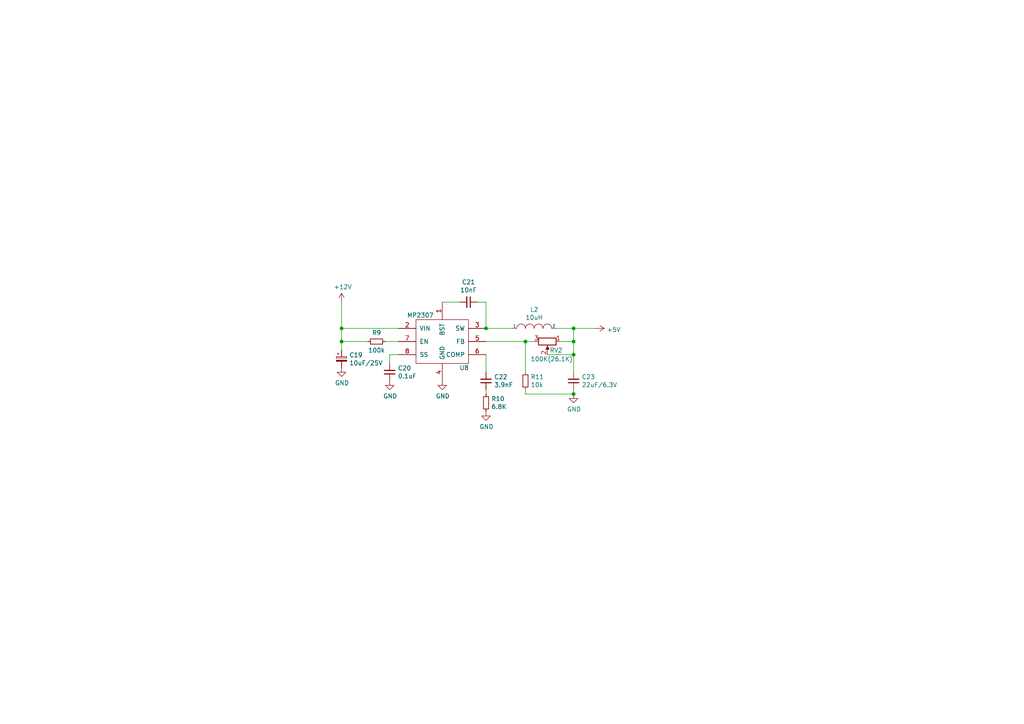
<source format=kicad_sch>
(kicad_sch (version 20211123) (generator eeschema)
  (paper "A4")
  (lib_symbols
    (symbol "nixie_control_board-rescue:+12V-power" (power) (pin_names (offset 0))
      (property "Value" "+12V-power" (at 0 3.556 0))
      (symbol "+12V-power_0_1"
        (polyline (pts (xy -0.762 1.27) (xy 0 2.54)))
        (polyline (pts (xy 0 0) (xy 0 2.54)))
        (polyline (pts (xy 0 2.54) (xy 0.762 1.27)))
      )
      (symbol "+12V-power_1_1"
        (pin power_in line (at 0 0 90) (length 0) hide (name "+12V") (number "1"))
      )
    )
    (symbol "nixie_control_board-rescue:+5V-power" (power) (pin_names (offset 0))
      (property "Value" "+5V-power" (at 0 3.556 0))
      (symbol "+5V-power_0_1"
        (polyline (pts (xy -0.762 1.27) (xy 0 2.54)))
        (polyline (pts (xy 0 0) (xy 0 2.54)))
        (polyline (pts (xy 0 2.54) (xy 0.762 1.27)))
      )
      (symbol "+5V-power_1_1"
        (pin power_in line (at 0 0 90) (length 0) hide (name "+5V") (number "1"))
      )
    )
    (symbol "nixie_control_board-rescue:CP_Small-device" (pin_numbers hide) (pin_names (offset 0.254) hide)
      (property "Reference" "C" (at 0.254 1.778 0))
      (property "Value" "CP_Small-device" (at 0.254 -2.032 0))
      (symbol "CP_Small-device_0_1"
        (rectangle (start -1.524 -0.3048) (end 1.524 -0.6858) (fill (type outline)))
        (rectangle (start -1.524 0.6858) (end 1.524 0.3048))
        (polyline (pts (xy -1.27 1.524) (xy -0.762 1.524)))
        (polyline (pts (xy -1.016 1.27) (xy -1.016 1.778)))
      )
      (symbol "CP_Small-device_1_1"
        (pin passive line (at 0 2.54 270) (length 1.8542) (name "~") (number "1"))
        (pin passive line (at 0 -2.54 90) (length 1.8542) (name "~") (number "2"))
      )
    )
    (symbol "nixie_control_board-rescue:C_Small-device" (pin_numbers hide) (pin_names (offset 0.254) hide)
      (property "Reference" "C" (at 0.254 1.778 0))
      (property "Value" "C_Small-device" (at 0.254 -2.032 0))
      (symbol "C_Small-device_0_1"
        (polyline (pts (xy -1.524 -0.508) (xy 1.524 -0.508)) (stroke (width 0.3302)))
        (polyline (pts (xy -1.524 0.508) (xy 1.524 0.508)) (stroke (width 0.3048)))
      )
      (symbol "C_Small-device_1_1"
        (pin passive line (at 0 2.54 270) (length 2.032) (name "~") (number "1"))
        (pin passive line (at 0 -2.54 90) (length 2.032) (name "~") (number "2"))
      )
    )
    (symbol "nixie_control_board-rescue:GND-power" (power) (pin_names (offset 0))
      (property "Value" "GND-power" (at 0 -3.81 0))
      (symbol "GND-power_0_1"
        (polyline (pts (xy 0 0) (xy 0 -1.27) (xy 1.27 -1.27) (xy 0 -2.54) (xy -1.27 -1.27) (xy 0 -1.27)))
      )
      (symbol "GND-power_1_1"
        (pin power_in line (at 0 0 270) (length 0) hide (name "GND") (number "1"))
      )
    )
    (symbol "nixie_control_board-rescue:INDUCTOR-pspice" (pin_numbers hide) (pin_names (offset 0))
      (property "Reference" "L" (at 0 2.54 0))
      (property "Value" "INDUCTOR-pspice" (at 0 -1.27 0))
      (symbol "INDUCTOR-pspice_0_1"
        (arc (start -2.54 0) (mid -3.81 1.27) (end -5.08 0))
        (arc (start 0 0) (mid -1.27 1.27) (end -2.54 0))
        (arc (start 2.54 0) (mid 1.27 1.27) (end 0 0))
        (arc (start 5.08 0) (mid 3.81 1.27) (end 2.54 0))
      )
      (symbol "INDUCTOR-pspice_1_1"
        (pin input line (at -6.35 0 0) (length 1.27) (name "1") (number "1"))
        (pin input line (at 6.35 0 180) (length 1.27) (name "2") (number "2"))
      )
    )
    (symbol "nixie_control_board-rescue:MP2307-keyboard" (pin_names (offset 1.016))
      (property "Reference" "U" (at 6.35 -8.89 0))
      (property "Value" "MP2307-keyboard" (at -6.35 7.62 0))
      (symbol "MP2307-keyboard_1_1"
        (rectangle (start -7.62 6.35) (end 7.62 -6.35))
        (pin input line (at 0 11.43 270) (length 5.08) (name "BST") (number "1"))
        (pin input line (at -12.7 3.81 0) (length 5.08) (name "VIN") (number "2"))
        (pin input line (at 12.7 3.81 180) (length 5.08) (name "SW") (number "3"))
        (pin input line (at 0 -11.43 90) (length 5.08) (name "GND") (number "4"))
        (pin input line (at 12.7 0 180) (length 5.08) (name "FB") (number "5"))
        (pin input line (at 12.7 -3.81 180) (length 5.08) (name "COMP") (number "6"))
        (pin input line (at -12.7 0 0) (length 5.08) (name "EN") (number "7"))
        (pin input line (at -12.7 -3.81 0) (length 5.08) (name "SS") (number "8"))
      )
    )
    (symbol "nixie_control_board-rescue:POT-device" (pin_names (offset 1.016) hide)
      (property "Reference" "RV" (at -4.445 0 90))
      (property "Value" "POT-device" (at -2.54 0 90))
      (symbol "POT-device_0_1"
        (polyline (pts (xy 2.54 0) (xy 1.524 0)))
        (polyline (pts (xy 1.143 0) (xy 2.286 0.508) (xy 2.286 -0.508)) (fill (type outline)))
        (rectangle (start 1.016 2.54) (end -1.016 -2.54) (stroke (width 0.254)))
      )
      (symbol "POT-device_1_1"
        (pin passive line (at 0 3.81 270) (length 1.27) (name "1") (number "1"))
        (pin passive line (at 3.81 0 180) (length 1.27) (name "2") (number "2"))
        (pin passive line (at 0 -3.81 90) (length 1.27) (name "3") (number "3"))
      )
    )
    (symbol "nixie_control_board-rescue:R_Small-device" (pin_numbers hide) (pin_names (offset 0.254) hide)
      (property "Reference" "R" (at 0.762 0.508 0))
      (property "Value" "R_Small-device" (at 0.762 -1.016 0))
      (symbol "R_Small-device_0_1"
        (rectangle (start -0.762 1.778) (end 0.762 -1.778) (stroke (width 0.2032)))
      )
      (symbol "R_Small-device_1_1"
        (pin passive line (at 0 2.54 270) (length 0.762) (name "~") (number "1"))
        (pin passive line (at 0 -2.54 90) (length 0.762) (name "~") (number "2"))
      )
    )
  )
  (junction (at 152.4 99.06))
  (junction (at 140.97 95.25))
  (junction (at 99.06 99.06))
  (junction (at 99.06 95.25))
  (junction (at 166.37 114.3))
  (junction (at 166.37 99.06))
  (junction (at 166.37 95.25))
  (junction (at 166.37 102.87))
  (wire (pts (xy 99.06 87.63) (xy 99.06 95.25)))
  (wire (pts (xy 113.03 102.87) (xy 115.57 102.87)))
  (wire (pts (xy 115.57 95.25) (xy 99.06 95.25)))
  (wire (pts (xy 166.37 95.25) (xy 166.37 99.06)))
  (wire (pts (xy 158.75 102.87) (xy 166.37 102.87)))
  (wire (pts (xy 111.76 99.06) (xy 115.57 99.06)))
  (wire (pts (xy 106.68 99.06) (xy 99.06 99.06)))
  (wire (pts (xy 99.06 95.25) (xy 99.06 99.06)))
  (wire (pts (xy 140.97 87.63) (xy 140.97 95.25)))
  (wire (pts (xy 166.37 99.06) (xy 166.37 102.87)))
  (wire (pts (xy 140.97 95.25) (xy 148.59 95.25)))
  (wire (pts (xy 152.4 107.95) (xy 152.4 99.06)))
  (wire (pts (xy 166.37 102.87) (xy 166.37 107.95)))
  (wire (pts (xy 152.4 99.06) (xy 154.94 99.06)))
  (wire (pts (xy 99.06 101.6) (xy 99.06 99.06)))
  (wire (pts (xy 152.4 113.03) (xy 152.4 114.3)))
  (wire (pts (xy 138.43 87.63) (xy 140.97 87.63)))
  (wire (pts (xy 140.97 114.3) (xy 140.97 113.03)))
  (wire (pts (xy 140.97 99.06) (xy 152.4 99.06)))
  (wire (pts (xy 161.29 95.25) (xy 166.37 95.25)))
  (wire (pts (xy 166.37 114.3) (xy 166.37 113.03)))
  (wire (pts (xy 113.03 105.41) (xy 113.03 102.87)))
  (wire (pts (xy 162.56 99.06) (xy 166.37 99.06)))
  (wire (pts (xy 152.4 114.3) (xy 166.37 114.3)))
  (wire (pts (xy 166.37 95.25) (xy 172.72 95.25)))
  (wire (pts (xy 128.27 87.63) (xy 133.35 87.63)))
  (wire (pts (xy 140.97 102.87) (xy 140.97 107.95)))
  (symbol (lib_id "nixie_control_board-rescue:INDUCTOR-pspice") (at 154.94 95.25 0) (unit 1)
    (property "Reference" "L2" (at 154.94 89.789 0))
    (property "Value" "10uH" (at 154.94 92.1004 0))
    (property "Footprint" "Inductors:Inductor_Wurth_HCI-7030" (effects hide))
  )
  (symbol (lib_id "nixie_control_board-rescue:C_Small-device") (at 135.89 87.63 270) (unit 1)
    (property "Reference" "C21" (at 135.89 81.8134 90))
    (property "Value" "10nF" (at 135.89 84.1248 90))
    (property "Footprint" "Capacitor_SMD:C_0603_1608Metric" (effects hide))
  )
  (symbol (lib_id "nixie_control_board-rescue:CP_Small-device") (at 99.06 104.14 0) (unit 1)
    (property "Reference" "C19" (at 101.2952 102.9716 0) (effects (justify left)))
    (property "Value" "10uF/25V" (at 101.2952 105.283 0) (effects (justify left)))
    (property "Footprint" "Capacitor_SMD:C_1210_3225Metric" (effects hide))
  )
  (symbol (lib_id "nixie_control_board-rescue:R_Small-device") (at 109.22 99.06 270) (unit 1)
    (property "Reference" "R9" (at 109.22 96.52 90))
    (property "Value" "100k" (at 109.22 101.6 90))
    (property "Footprint" "Resistor_SMD:R_0603_1608Metric" (effects hide))
  )
  (symbol (lib_id "nixie_control_board-rescue:GND-power") (at 99.06 106.68 0) (unit 1)
    (property "Reference" "#PWR0127" (effects hide))
    (property "Value" "GND" (at 99.187 111.0742 0))
  )
  (symbol (lib_id "nixie_control_board-rescue:GND-power") (at 128.27 110.49 0) (unit 1)
    (property "Reference" "#PWR0129" (effects hide))
    (property "Value" "GND" (at 128.397 114.8842 0))
  )
  (symbol (lib_id "nixie_control_board-rescue:GND-power") (at 113.03 110.49 0) (unit 1)
    (property "Reference" "#PWR0130" (effects hide))
    (property "Value" "GND" (at 113.157 114.8842 0))
  )
  (symbol (lib_id "nixie_control_board-rescue:C_Small-device") (at 140.97 110.49 180) (unit 1)
    (property "Reference" "C22" (at 143.3068 109.3216 0) (effects (justify right)))
    (property "Value" "3.9nF" (at 143.3068 111.633 0) (effects (justify right)))
    (property "Footprint" "Capacitor_SMD:C_0603_1608Metric" (effects hide))
  )
  (symbol (lib_id "nixie_control_board-rescue:R_Small-device") (at 140.97 116.84 180) (unit 1)
    (property "Reference" "R10" (at 142.4686 115.6716 0) (effects (justify right)))
    (property "Value" "6.8K" (at 142.4686 117.983 0) (effects (justify right)))
    (property "Footprint" "Resistor_SMD:R_0603_1608Metric" (effects hide))
  )
  (symbol (lib_id "nixie_control_board-rescue:GND-power") (at 140.97 119.38 0) (unit 1)
    (property "Reference" "#PWR0131" (effects hide))
    (property "Value" "GND" (at 141.097 123.7742 0))
  )
  (symbol (lib_id "nixie_control_board-rescue:R_Small-device") (at 152.4 110.49 180) (unit 1)
    (property "Reference" "R11" (at 153.8986 109.3216 0) (effects (justify right)))
    (property "Value" "10k" (at 153.8986 111.633 0) (effects (justify right)))
    (property "Footprint" "Resistor_SMD:R_0603_1608Metric" (effects hide))
  )
  (symbol (lib_id "nixie_control_board-rescue:C_Small-device") (at 166.37 110.49 180) (unit 1)
    (property "Reference" "C23" (at 168.7068 109.3216 0) (effects (justify right)))
    (property "Value" "22uF/6.3V" (at 168.7068 111.633 0) (effects (justify right)))
    (property "Footprint" "Capacitor_SMD:C_1206_3216Metric" (effects hide))
  )
  (symbol (lib_id "nixie_control_board-rescue:MP2307-keyboard") (at 128.27 99.06 0) (unit 1)
    (property "Reference" "U8" (at 134.62 106.68 0))
    (property "Value" "MP2307" (at 121.92 91.44 0))
    (property "Footprint" "Package_SO:SOIC-8_3.9x4.9mm_P1.27mm" (effects hide))
  )
  (symbol (lib_id "nixie_control_board-rescue:C_Small-device") (at 113.03 107.95 180) (unit 1)
    (property "Reference" "C20" (at 115.3668 106.7816 0) (effects (justify right)))
    (property "Value" "0.1uF" (at 115.3668 109.093 0) (effects (justify right)))
    (property "Footprint" "Capacitor_SMD:C_0603_1608Metric" (effects hide))
  )
  (symbol (lib_id "nixie_control_board-rescue:POT-device") (at 158.75 99.06 270) (unit 1)
    (property "Reference" "RV2" (at 161.29 101.6 90))
    (property "Value" "100K(26.1K)" (at 160.02 104.14 90))
    (property "Footprint" "Potentiometer_SMD:Potentiometer_Trimmer-EVM3E" (effects hide))
  )
  (symbol (lib_id "nixie_control_board-rescue:GND-power") (at 166.37 114.3 0) (unit 1)
    (property "Reference" "#PWR0133" (effects hide))
    (property "Value" "GND" (at 166.497 118.6942 0))
  )
  (symbol (lib_id "nixie_control_board-rescue:+5V-power") (at 172.72 95.25 270) (unit 1)
    (property "Reference" "#PWR0143" (effects hide))
    (property "Value" "+5V-power" (at 175.9712 95.631 90) (effects (justify left)))
  )
  (symbol (lib_id "nixie_control_board-rescue:+12V-power") (at 99.06 87.63 0) (unit 1)
    (property "Reference" "#PWR0144" (effects hide))
    (property "Value" "+12V-power" (at 99.441 83.2358 0))
  )
)
</source>
